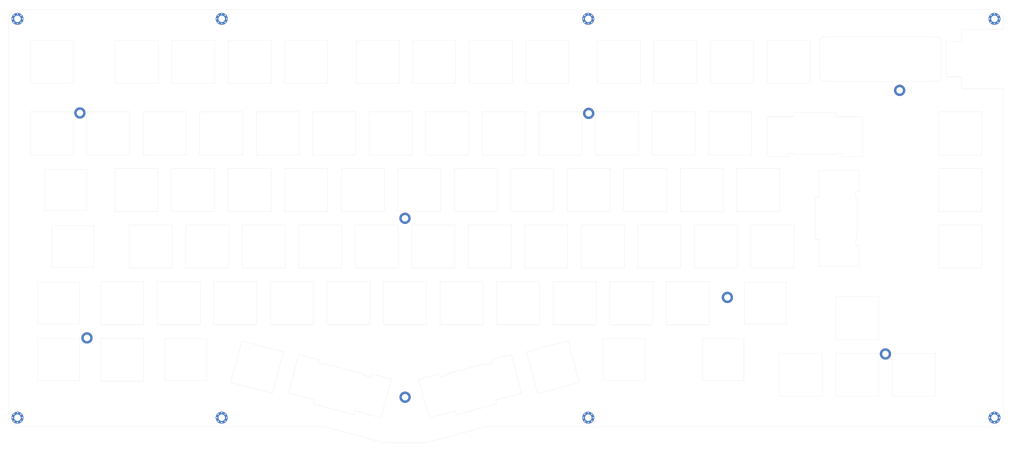
<source format=kicad_pcb>
(kicad_pcb (version 20211014) (generator pcbnew)
  (layers (0 "F.Cu" signal) (31 "B.Cu" signal) (34 "B.Paste" user) (35 "F.Paste" user) (36 "B.SilkS" user "B.Silkscreen") (37 "F.SilkS" user "F.Silkscreen") (38 "B.Mask" user) (39 "F.Mask" user) (44 "Edge.Cuts" user))
  (net 0 "")
  (net 1 "GND")
  (footprint "keyboard:MountingHole_2.2mm_M2_Pad_Via" (layer "F.Cu") (at 239.343984 57.57)
    (fp_text reference "MountBaseTop6" hide)
    (fp_text value "MountingHoleBaseTop1" hide)
    (pad "1" thru_hole circle (at 1.166726 1.166726) (size 0.7 0.7) (drill 0.4) (layers *.Cu *.Mask))
    (pad "1" thru_hole circle (at 1.65 0) (size 0.7 0.7) (drill 0.4) (layers *.Cu *.Mask))
    (pad "1" thru_hole circle (at -1.65 0) (size 0.7 0.7) (drill 0.4) (layers *.Cu *.Mask))
    (pad "1" thru_hole circle (at 1.166726 -1.166726) (size 0.7 0.7) (drill 0.4) (layers *.Cu *.Mask))
    (pad "1" thru_hole circle (at -1.166726 1.166726) (size 0.7 0.7) (drill 0.4) (layers *.Cu *.Mask))
    (pad "1" thru_hole circle (at -1.166726 -1.166726) (size 0.7 0.7) (drill 0.4) (layers *.Cu *.Mask))
    (pad "1" thru_hole circle (at 0 1.65) (size 0.7 0.7) (drill 0.4) (layers *.Cu *.Mask))
    (pad "1" thru_hole circle (at 0 0) (size 4 4) (drill 2.2) (layers *.Cu *.Mask))
    (pad "1" thru_hole circle (at 0 -1.65) (size 0.7 0.7) (drill 0.4) (layers *.Cu *.Mask))
  )
  (footprint "keyboard:MountingHole_2.2mm_M2_Pad_Via" (layer "F.Cu") (at 115.831016 57.57)
    (fp_text reference "MountBaseTop4" hide)
    (fp_text value "MountingHoleBaseTop1" hide)
    (pad "1" thru_hole circle (at -1.65 0) (size 0.7 0.7) (drill 0.4) (layers *.Cu *.Mask))
    (pad "1" thru_hole circle (at 1.166726 1.166726) (size 0.7 0.7) (drill 0.4) (layers *.Cu *.Mask))
    (pad "1" thru_hole circle (at 0 1.65) (size 0.7 0.7) (drill 0.4) (layers *.Cu *.Mask))
    (pad "1" thru_hole circle (at 1.166726 -1.166726) (size 0.7 0.7) (drill 0.4) (layers *.Cu *.Mask))
    (pad "1" thru_hole circle (at -1.166726 1.166726) (size 0.7 0.7) (drill 0.4) (layers *.Cu *.Mask))
    (pad "1" thru_hole circle (at 1.65 0) (size 0.7 0.7) (drill 0.4) (layers *.Cu *.Mask))
    (pad "1" thru_hole circle (at 0 -1.65) (size 0.7 0.7) (drill 0.4) (layers *.Cu *.Mask))
    (pad "1" thru_hole circle (at -1.166726 -1.166726) (size 0.7 0.7) (drill 0.4) (layers *.Cu *.Mask))
    (pad "1" thru_hole circle (at 0 0) (size 4 4) (drill 2.2) (layers *.Cu *.Mask))
  )
  (footprint "keyboard:MountingHole_2.2mm_M2_Pad" (layer "F.Cu") (at 177.59 124.78)
    (fp_text reference "MountTopMiddle4")
    (fp_text value "MountTopMiddle")
    (pad "1" thru_hole circle (at 0 0) (size 3.8 3.8) (drill 2.2) (layers *.Cu *.Mask))
  )
  (footprint "keyboard:MountingHole_2.2mm_M2_Pad" (layer "F.Cu") (at 68.04 89.29)
    (fp_text reference "MountTopMiddle2")
    (fp_text value "MountTopMiddle")
    (pad "1" thru_hole circle (at 0 0) (size 3.8 3.8) (drill 2.2) (layers *.Cu *.Mask))
  )
  (footprint "keyboard:MountingHole_2.2mm_M2_Pad_Via" (layer "F.Cu") (at 376.225 191.97)
    (fp_text reference "MountBaseTop7" hide)
    (fp_text value "MountingHoleBaseTop1" hide)
    (pad "1" thru_hole circle (at 1.166726 1.166726) (size 0.7 0.7) (drill 0.4) (layers *.Cu *.Mask))
    (pad "1" thru_hole circle (at 0 1.65) (size 0.7 0.7) (drill 0.4) (layers *.Cu *.Mask))
    (pad "1" thru_hole circle (at -1.65 0) (size 0.7 0.7) (drill 0.4) (layers *.Cu *.Mask))
    (pad "1" thru_hole circle (at 1.65 0) (size 0.7 0.7) (drill 0.4) (layers *.Cu *.Mask))
    (pad "1" thru_hole circle (at 0 -1.65) (size 0.7 0.7) (drill 0.4) (layers *.Cu *.Mask))
    (pad "1" thru_hole circle (at -1.166726 1.166726) (size 0.7 0.7) (drill 0.4) (layers *.Cu *.Mask))
    (pad "1" thru_hole circle (at 1.166726 -1.166726) (size 0.7 0.7) (drill 0.4) (layers *.Cu *.Mask))
    (pad "1" thru_hole circle (at 0 0) (size 4 4) (drill 2.2) (layers *.Cu *.Mask))
    (pad "1" thru_hole circle (at -1.166726 -1.166726) (size 0.7 0.7) (drill 0.4) (layers *.Cu *.Mask))
  )
  (footprint "keyboard:MountingHole_2.2mm_M2_Pad" (layer "F.Cu") (at 286.22 151.44)
    (fp_text reference "MountTopMiddle5")
    (fp_text value "MountTopMiddle")
    (pad "1" thru_hole circle (at 0 0) (size 3.8 3.8) (drill 2.2) (layers *.Cu *.Mask))
  )
  (footprint "keyboard:MountingHole_2.2mm_M2_Pad" (layer "F.Cu") (at 70.42 165.09)
    (fp_text reference "MountTopMiddle1")
    (fp_text value "MountTopMiddle")
    (pad "1" thru_hole circle (at 0 0) (size 3.8 3.8) (drill 2.2) (layers *.Cu *.Mask))
  )
  (footprint "keyboard:MountingHole_2.2mm_M2_Pad" (layer "F.Cu") (at 177.62 185.07)
    (fp_text reference "MountTopMiddle3")
    (fp_text value "MountTopMiddle")
    (pad "1" thru_hole circle (at 0 0) (size 3.8 3.8) (drill 2.2) (layers *.Cu *.Mask))
  )
  (footprint "keyboard:MountingHole_2.2mm_M2_Pad_Via" (layer "F.Cu") (at 115.831016 191.97)
    (fp_text reference "MountBaseTop3" hide)
    (fp_text value "MountingHoleBaseTop1" hide)
    (pad "1" thru_hole circle (at -1.65 0) (size 0.7 0.7) (drill 0.4) (layers *.Cu *.Mask))
    (pad "1" thru_hole circle (at 1.65 0) (size 0.7 0.7) (drill 0.4) (layers *.Cu *.Mask))
    (pad "1" thru_hole circle (at 0 -1.65) (size 0.7 0.7) (drill 0.4) (layers *.Cu *.Mask))
    (pad "1" thru_hole circle (at 0 0) (size 4 4) (drill 2.2) (layers *.Cu *.Mask))
    (pad "1" thru_hole circle (at -1.166726 -1.166726) (size 0.7 0.7) (drill 0.4) (layers *.Cu *.Mask))
    (pad "1" thru_hole circle (at 0 1.65) (size 0.7 0.7) (drill 0.4) (layers *.Cu *.Mask))
    (pad "1" thru_hole circle (at 1.166726 -1.166726) (size 0.7 0.7) (drill 0.4) (layers *.Cu *.Mask))
    (pad "1" thru_hole circle (at -1.166726 1.166726) (size 0.7 0.7) (drill 0.4) (layers *.Cu *.Mask))
    (pad "1" thru_hole circle (at 1.166726 1.166726) (size 0.7 0.7) (drill 0.4) (layers *.Cu *.Mask))
  )
  (footprint "keyboard:MountingHole_2.2mm_M2_Pad_Via" (layer "F.Cu") (at 47 57.57)
    (fp_text reference "MountBaseTop2" hide)
    (fp_text value "MountingHoleBaseTop1" hide)
    (pad "1" thru_hole circle (at 1.65 0) (size 0.7 0.7) (drill 0.4) (layers *.Cu *.Mask))
    (pad "1" thru_hole circle (at -1.65 0) (size 0.7 0.7) (drill 0.4) (layers *.Cu *.Mask))
    (pad "1" thru_hole circle (at 0 1.65) (size 0.7 0.7) (drill 0.4) (layers *.Cu *.Mask))
    (pad "1" thru_hole circle (at 1.166726 1.166726) (size 0.7 0.7) (drill 0.4) (layers *.Cu *.Mask))
    (pad "1" thru_hole circle (at 1.166726 -1.166726) (size 0.7 0.7) (drill 0.4) (layers *.Cu *.Mask))
    (pad "1" thru_hole circle (at -1.166726 -1.166726) (size 0.7 0.7) (drill 0.4) (layers *.Cu *.Mask))
    (pad "1" thru_hole circle (at 0 -1.65) (size 0.7 0.7) (drill 0.4) (layers *.Cu *.Mask))
    (pad "1" thru_hole circle (at -1.166726 1.166726) (size 0.7 0.7) (drill 0.4) (layers *.Cu *.Mask))
    (pad "1" thru_hole circle (at 0 0) (size 4 4) (drill 2.2) (layers *.Cu *.Mask))
  )
  (footprint "keyboard:MountingHole_2.2mm_M2_Pad_Via" (layer "F.Cu") (at 376.225 57.57)
    (fp_text reference "MountBaseTop8" hide)
    (fp_text value "MountingHoleBaseTop1" hide)
    (pad "1" thru_hole circle (at 1.166726 1.166726) (size 0.7 0.7) (drill 0.4) (layers *.Cu *.Mask))
    (pad "1" thru_hole circle (at -1.166726 1.166726) (size 0.7 0.7) (drill 0.4) (layers *.Cu *.Mask))
    (pad "1" thru_hole circle (at 0 1.65) (size 0.7 0.7) (drill 0.4) (layers *.Cu *.Mask))
    (pad "1" thru_hole circle (at 0 0) (size 4 4) (drill 2.2) (layers *.Cu *.Mask))
    (pad "1" thru_hole circle (at 1.166726 -1.166726) (size 0.7 0.7) (drill 0.4) (layers *.Cu *.Mask))
    (pad "1" thru_hole circle (at -1.65 0) (size 0.7 0.7) (drill 0.4) (layers *.Cu *.Mask))
    (pad "1" thru_hole circle (at 1.65 0) (size 0.7 0.7) (drill 0.4) (layers *.Cu *.Mask))
    (pad "1" thru_hole circle (at -1.166726 -1.166726) (size 0.7 0.7) (drill 0.4) (layers *.Cu *.Mask))
    (pad "1" thru_hole circle (at 0 -1.65) (size 0.7 0.7) (drill 0.4) (layers *.Cu *.Mask))
  )
  (footprint "keyboard:MountingHole_2.2mm_M2_Pad_Via" (layer "F.Cu") (at 47 191.97)
    (fp_text reference "MountBaseTop1" hide)
    (fp_text value "MountingHoleBaseTop1" hide)
    (pad "1" thru_hole circle (at -1.65 0) (size 0.7 0.7) (drill 0.4) (layers *.Cu *.Mask))
    (pad "1" thru_hole circle (at 1.65 0) (size 0.7 0.7) (drill 0.4) (layers *.Cu *.Mask))
    (pad "1" thru_hole circle (at 0 0) (size 4 4) (drill 2.2) (layers *.Cu *.Mask))
    (pad "1" thru_hole circle (at 0 -1.65) (size 0.7 0.7) (drill 0.4) (layers *.Cu *.Mask))
    (pad "1" thru_hole circle (at 0 1.65) (size 0.7 0.7) (drill 0.4) (layers *.Cu *.Mask))
    (pad "1" thru_hole circle (at 1.166726 1.166726) (size 0.7 0.7) (drill 0.4) (layers *.Cu *.Mask))
    (pad "1" thru_hole circle (at -1.166726 -1.166726) (size 0.7 0.7) (drill 0.4) (layers *.Cu *.Mask))
    (pad "1" thru_hole circle (at 1.166726 -1.166726) (size 0.7 0.7) (drill 0.4) (layers *.Cu *.Mask))
    (pad "1" thru_hole circle (at -1.166726 1.166726) (size 0.7 0.7) (drill 0.4) (layers *.Cu *.Mask))
  )
  (footprint "keyboard:MountingHole_2.2mm_M2_Pad" (layer "F.Cu") (at 344.27 81.67)
    (fp_text reference "MountTopMiddle8")
    (fp_text value "MountTopMiddle")
    (pad "1" thru_hole circle (at 0 0) (size 3.8 3.8) (drill 2.2) (layers *.Cu *.Mask))
  )
  (footprint "keyboard:MountingHole_2.2mm_M2_Pad" (layer "F.Cu") (at 239.48 89.43)
    (fp_text reference "MountTopMiddle6")
    (fp_text value "MountTopMiddle")
    (pad "1" thru_hole circle (at 0 0) (size 3.8 3.8) (drill 2.2) (layers *.Cu *.Mask))
  )
  (footprint "keyboard:MountingHole_2.2mm_M2_Pad_Via" (layer "F.Cu") (at 239.343984 191.97)
    (fp_text reference "MountBaseTop5" hide)
    (fp_text value "MountingHoleBaseTop1" hide)
    (pad "1" thru_hole circle (at 1.166726 -1.166726) (size 0.7 0.7) (drill 0.4) (layers *.Cu *.Mask))
    (pad "1" thru_hole circle (at 0 0) (size 4 4) (drill 2.2) (layers *.Cu *.Mask))
    (pad "1" thru_hole circle (at 0 1.65) (size 0.7 0.7) (drill 0.4) (layers *.Cu *.Mask))
    (pad "1" thru_hole circle (at 1.65 0) (size 0.7 0.7) (drill 0.4) (layers *.Cu *.Mask))
    (pad "1" thru_hole circle (at -1.166726 -1.166726) (size 0.7 0.7) (drill 0.4) (layers *.Cu *.Mask))
    (pad "1" thru_hole circle (at 0 -1.65) (size 0.7 0.7) (drill 0.4) (layers *.Cu *.Mask))
    (pad "1" thru_hole circle (at -1.166726 1.166726) (size 0.7 0.7) (drill 0.4) (layers *.Cu *.Mask))
    (pad "1" thru_hole circle (at 1.166726 1.166726) (size 0.7 0.7) (drill 0.4) (layers *.Cu *.Mask))
    (pad "1" thru_hole circle (at -1.65 0) (size 0.7 0.7) (drill 0.4) (layers *.Cu *.Mask))
  )
  (footprint "keyboard:MountingHole_2.2mm_M2_Pad" (layer "F.Cu") (at 339.49 170.5)
    (fp_text reference "MountTopMiddle7")
    (fp_text value "MountTopMiddle")
    (pad "1" thru_hole circle (at 0 0) (size 3.8 3.8) (drill 2.2) (layers *.Cu *.Mask))
  )
  (gr_circle (center 239.343984 57.57) (end 240.443984 57.57) (layer "Edge.Cuts") (width 0.05) (fill none))
  (gr_line (start 194.840223 190.972937) (end 194.48942 189.663721) (layer "Edge.Cuts") (width 0.05))
  (gr_line (start 103.6625 127.045) (end 118.1625 127.045) (layer "Edge.Cuts") (width 0.05))
  (gr_line (start 244.36 165.35) (end 258.46 165.35) (layer "Edge.Cuts") (width 0.05))
  (gr_line (start 113.1875 146.095) (end 127.6875 146.095) (layer "Edge.Cuts") (width 0.05))
  (gr_line (start 218.547386 169.81669) (end 232.55331 166.063814) (layer "Edge.Cuts") (width 0.05))
  (gr_line (start 161.175 79.345) (end 161.175 64.845) (layer "Edge.Cuts") (width 0.05))
  (gr_line (start 122.7125 127.045) (end 137.2125 127.045) (layer "Edge.Cuts") (width 0.05))
  (gr_line (start 314.075 79.345) (end 299.575 79.345) (layer "Edge.Cuts") (width 0.05))
  (gr_line (start 175.1 122.495) (end 175.1 107.995) (layer "Edge.Cuts") (width 0.05))
  (gr_line (start 218.175 103.445) (end 203.675 103.445) (layer "Edge.Cuts") (width 0.05))
  (gr_line (start 198.9125 141.545) (end 198.9125 127.045) (layer "Edge.Cuts") (width 0.05))
  (gr_line (start 237.0125 141.545) (end 237.0125 127.045) (layer "Edge.Cuts") (width 0.05))
  (gr_line (start 337.2375 151.145) (end 337.2375 165.645) (layer "Edge.Cuts") (width 0.05))
  (gr_circle (center 376.225 57.57) (end 377.325 57.57) (layer "Edge.Cuts") (width 0.05) (fill none))
  (gr_line (start 294.1625 127.045) (end 308.6625 127.045) (layer "Edge.Cuts") (width 0.05))
  (gr_line (start 150.364571 173.704034) (end 163.984125 177.353383) (layer "Edge.Cuts") (width 0.05))
  (gr_line (start 330.60675 115.7315) (end 329.43835 115.7315) (layer "Edge.Cuts") (width 0.05))
  (gr_line (start 217.9625 127.045) (end 232.4625 127.045) (layer "Edge.Cuts") (width 0.05))
  (gr_line (start 213.395359 170.661002) (end 216.878615 183.664555) (layer "Edge.Cuts") (width 0.05))
  (gr_line (start 303.9 122.495) (end 289.4 122.495) (layer "Edge.Cuts") (width 0.05))
  (gr_line (start 314.075 64.845) (end 314.075 79.345) (layer "Edge.Cuts") (width 0.05))
  (gr_line (start 137.075 79.345) (end 137.075 64.845) (layer "Edge.Cuts") (width 0.05))
  (gr_line (start 232.4625 141.545) (end 217.9625 141.545) (layer "Edge.Cuts") (width 0.05))
  (gr_line (start 84.825 88.945) (end 84.825 103.445) (layer "Edge.Cuts") (width 0.05))
  (gr_line (start 165.575 88.945) (end 180.075 88.945) (layer "Edge.Cuts") (width 0.05))
  (gr_line (start 161.025 88.945) (end 161.025 103.445) (layer "Edge.Cuts") (width 0.05))
  (gr_line (start 180.075 88.945) (end 180.075 103.445) (layer "Edge.Cuts") (width 0.05))
  (gr_line (start 218.175 88.945) (end 218.175 103.445) (layer "Edge.Cuts") (width 0.05))
  (gr_line (start 132.525 64.845) (end 132.525 79.345) (layer "Edge.Cuts") (width 0.05))
  (gr_line (start 308.65 102.799) (end 306.65 102.799) (layer "Edge.Cuts") (width 0.05))
  (gr_line (start 156.2625 127.045) (end 156.2625 141.545) (layer "Edge.Cuts") (width 0.05))
  (gr_line (start 182.234591 179.010505) (end 185.719779 192.013539) (layer "Edge.Cuts") (width 0.05))
  (gr_line (start 156.05 107.995) (end 170.55 107.995) (layer "Edge.Cuts") (width 0.05))
  (gr_line (start 98.9 122.495) (end 98.9 107.995) (layer "Edge.Cuts") (width 0.05))
  (gr_line (start 357.45 103.445) (end 357.45 88.945) (layer "Edge.Cuts") (width 0.05))
  (gr_line (start 365.225 65.07) (end 360.025 65.07) (layer "Edge.Cuts") (width 0.05))
  (gr_line (start 184.8375 160.595) (end 170.3375 160.595) (layer "Edge.Cuts") (width 0.05))
  (gr_line (start 118.1625 141.545) (end 103.6625 141.545) (layer "Edge.Cuts") (width 0.05))
  (gr_line (start 308.65 89.15) (end 308.65 90.5054) (layer "Edge.Cuts") (width 0.05))
  (gr_line (start 329.43835 133.8315) (end 330.60675 133.8315) (layer "Edge.Cuts") (width 0.05))
  (gr_line (start 232.4625 127.045) (end 232.4625 141.545) (layer "Edge.Cuts") (width 0.05))
  (gr_line (start 118.025 79.345) (end 118.025 64.845) (layer "Edge.Cuts") (width 0.05))
  (gr_line (start 94.1375 160.595) (end 94.1375 146.095) (layer "Edge.Cuts") (width 0.05))
  (gr_line (start 194.725 79.345) (end 180.225 79.345) (layer "Edge.Cuts") (width 0.05))
  (gr_line (start 122.7125 141.545) (end 122.7125 127.045) (layer "Edge.Cuts") (width 0.05))
  (gr_line (start 75.0875 179.645) (end 75.0875 165.145) (layer "Edge.Cuts") (width 0.05))
  (gr_line (start 136.627614 169.81669) (end 132.874738 183.822614) (layer "Edge.Cuts") (width 0.05))
  (gr_line (start 70.325 103.445) (end 70.325 88.945) (layer "Edge.Cuts") (width 0.05))
  (gr_line (start 280.0875 160.595) (end 265.5875 160.595) (layer "Edge.Cuts") (width 0.05))
  (gr_line (start 194.3625 127.045) (end 194.3625 141.545) (layer "Edge.Cuts") (width 0.05))
  (gr_line (start 151.5 107.995) (end 151.5 122.495) (layer "Edge.Cuts") (width 0.05))
  (gr_line (start 65.775 88.945) (end 65.775 103.445) (layer "Edge.Cuts") (width 0.05))
  (gr_line (start 146.525 88.945) (end 161.025 88.945) (layer "Edge.Cuts") (width 0.05))
  (gr_line (start 132.2375 160.595) (end 132.2375 146.095) (layer "Edge.Cuts") (width 0.05))
  (gr_line (start 108.6375 146.095) (end 108.6375 160.595) (layer "Edge.Cuts") (width 0.05))
  (gr_line (start 127.475 88.945) (end 141.975 88.945) (layer "Edge.Cuts") (width 0.05))
  (gr_line (start 213.4125 127.045) (end 213.4125 141.545) (layer "Edge.Cuts") (width 0.05))
  (gr_line (start 315.78935 117.7315) (end 317.14475 117.7315) (layer "Edge.Cuts") (width 0.05))
  (gr_line (start 94.1375 146.095) (end 108.6375 146.095) (layer "Edge.Cuts") (width 0.05))
  (gr_line (start 277.6975 179.45) (end 277.6975 165.35) (layer "Edge.Cuts") (width 0.05))
  (gr_line (start 265.8 107.995) (end 265.8 122.495) (layer "Edge.Cuts") (width 0.05))
  (gr_line (start 203.8875 146.095) (end 203.8875 160.595) (layer "Edge.Cuts") (width 0.05))
  (gr_line (start 122.62169 166.063814) (end 136.627614 169.81669) (layer "Edge.Cuts") (width 0.05))
  (gr_line (start 170.3375 146.095) (end 184.8375 146.095) (layer "Edge.Cuts") (width 0.05))
  (gr_line (start 72.72 141.35) (end 58.62 141.35) (layer "Edge.Cuts") (width 0.05))
  (gr_line (start 379.225 81.07) (end 379.225 191.97) (layer "Edge.Cuts") (width 0.05))
  (gr_line (start 270.5625 141.545) (end 256.0625 141.545) (layer "Edge.Cuts") (width 0.05))
  (gr_line (start 289.6125 127.045) (end 289.6125 141.545) (layer "Edge.Cuts") (width 0.05))
  (gr_line (start 306.65 102.799) (end 306.65 103.9674) (layer "Edge.Cuts") (width 0.05))
  (gr_line (start 172.940409 179.010504) (end 169.455221 192.013539) (layer "Edge.Cuts") (width 0.05))
  (gr_line (start 324.75 103.9674) (end 331.83 103.9674) (layer "Edge.Cuts") (width 0.05))
  (gr_line (start 303.6875 184.695) (end 303.6875 170.195) (layer "Edge.Cuts") (width 0.05))
  (gr_line (start 75.0875 165.145) (end 89.5875 165.145) (layer "Edge.Cuts") (width 0.05))
  (gr_line (start 295.025 64.845) (end 295.025 79.345) (layer "Edge.Cuts") (width 0.05))
  (gr_line (start 103.875 103.445) (end 89.375 103.445) (layer "Edge.Cuts") (width 0.05))
  (gr_line (start 246.5375 146.095) (end 261.0375 146.095) (layer "Edge.Cuts") (width 0.05))
  (gr_line (start 127.6875 160.595) (end 113.1875 160.595) (layer "Edge.Cuts") (width 0.05))
  (gr_line (start 137 122.495) (end 137 107.995) (layer "Edge.Cuts") (width 0.05))
  (gr_line (start 203.8875 160.595) (end 189.3875 160.595) (layer "Edge.Cuts") (width 0.05))
  (gr_line (start 322.7375 184.695) (end 322.7375 170.195) (layer "Edge.Cuts") (width 0.05))
  (gr_line (start 163.867398 177.789015) (end 165.79925 178.306653) (layer "Edge.Cuts") (width 0.05))
  (gr_arc (start 44 57.57) (mid 44.87868 55.44868) (end 47 54.57) (layer "Edge.Cuts") (width 0.05))
  (gr_circle (center 239.343984 191.97) (end 240.443984 191.97) (layer "Edge.Cuts") (width 0.05) (fill none))
  (gr_line (start 72.72 127.25) (end 72.72 141.35) (layer "Edge.Cuts") (width 0.05))
  (gr_line (start 206.859008 173.622029) (end 206.556604 172.493441) (layer "Edge.Cuts") (width 0.05))
  (gr_line (start 356.2875 170.195) (end 356.2875 184.695) (layer "Edge.Cuts") (width 0.05))
  (gr_line (start 256.275 103.445) (end 241.775 103.445) (layer "Edge.Cuts") (width 0.05))
  (gr_line (start 277.6975 165.35) (end 291.7975 165.35) (layer "Edge.Cuts") (width 0.05))
  (gr_line (start 256.925 64.845) (end 256.925 79.345) (layer "Edge.Cuts") (width 0.05))
  (gr_arc (start 318.85 78.595) (mid 317.78934 78.15566) (end 317.35 77.095) (layer "Edge.Cuts") (width 0.05))
  (gr_line (start 70.34 122.3) (end 56.24 122.3) (layer "Edge.Cuts") (width 0.05))
  (gr_line (start 170.3375 160.595) (end 170.3375 146.095) (layer "Edge.Cuts") (width 0.05))
  (gr_line (start 166.101654 177.178065) (end 172.940409 179.010504) (layer "Edge.Cuts") (width 0.05))
  (gr_line (start 89.375 88.945) (end 103.875 88.945) (layer "Edge.Cuts") (width 0.05))
  (gr_line (start 294.375 103.445) (end 279.875 103.445) (layer "Edge.Cuts") (width 0.05))
  (gr_line (start 127.6875 146.095) (end 127.6875 160.595) (layer "Edge.Cuts") (width 0.05))
  (gr_line (start 371.95 141.545) (end 357.45 141.545) (layer "Edge.Cuts") (width 0.05))
  (gr_line (start 89.375 103.445) (end 89.375 88.945) (layer "Edge.Cuts") (width 0.05))
  (gr_line (start 365.225 77.07) (end 365.225 81.07) (layer "Edge.Cuts") (width 0.05))
  (gr_line (start 356.85 78.595) (end 318.85 78.595) (layer "Edge.Cuts") (width 0.05))
  (gr_line (start 191.307602 177.789015) (end 189.37575 178.306654) (layer "Edge.Cuts") (width 0.05))
  (gr_line (start 371.95 88.945) (end 371.95 103.445) (layer "Edge.Cuts") (width 0.05))
  (gr_line (start 371.95 122.495) (end 357.45 122.495) (layer "Edge.Cuts") (width 0.05))
  (gr_line (start 113.4 122.495) (end 98.9 122.495) (layer "Edge.Cuts") (width 0.05))
  (gr_line (start 137.2125 141.545) (end 122.7125 141.545) (layer "Edge.Cuts") (width 0.05))
  (gr_line (start 175.675 79.345) (end 161.175 79.345) (layer "Edge.Cuts") (width 0.05))
  (gr_line (start 165.575 103.445) (end 165.575 88.945) (layer "Edge.Cuts") (width 0.05))
  (gr_line (start 318.1875 184.695) (end 303.6875 184.695) (layer "Edge.Cuts") (width 0.05))
  (gr_line (start 317.14475 108.6525) (end 317.14475 117.7315) (layer "Edge.Cuts") (width 0.05))
  (gr_line (start 44 191.97) (end 44 57.57) (layer "Edge.Cuts") (width 0.05))
  (gr_line (start 113.475 64.845) (end 113.475 79.345) (layer "Edge.Cuts") (width 0.05))
  (gr_line (start 204.927156 174.139667) (end 206.859008 173.622029) (layer "Edge.Cuts") (width 0.05))
  (gr_line (start 108.6375 160.595) (end 94.1375 160.595) (layer "Edge.Cuts") (width 0.05))
  (gr_line (start 141.779641 170.661002) (end 138.296385 183.664554) (layer "Edge.Cuts") (width 0.05))
  (gr_line (start 379.225 57.57) (end 379.225 61.07) (layer "Edge.Cuts") (width 0.05))
  (gr_line (start 306.0825 146.3) (end 306.0825 160.4) (layer "Edge.Cuts") (width 0.05))
  (gr_line (start 160.334777 190.972937) (end 160.68558 189.663721) (layer "Edge.Cuts") (width 0.05))
  (gr_line (start 156.05 122.495) (end 156.05 107.995) (layer "Edge.Cuts") (width 0.05))
  (gr_line (start 94.425 64.845) (end 94.425 79.345) (layer "Edge.Cuts") (width 0.05))
  (gr_line (start 206.556604 172.493441) (end 213.395359 170.661002) (layer "Edge.Cuts") (width 0.05))
  (gr_line (start 184.625 103.445) (end 184.625 88.945) (layer "Edge.Cuts") (width 0.05))
  (gr_line (start 357.45 141.545) (end 357.45 127.045) (layer "Edge.Cuts") (width 0.05))
  (gr_line (start 65.775 79.345) (end 51.275 79.345) (layer "Edge.Cuts") (width 0.05))
  (gr_line (start 291.7975 165.35) (end 291.7975 179.45) (layer "Edge.Cuts") (width 0.05))
  (gr_line (start 165.7875 160.595) (end 151.2875 160.595) (layer "Edge.Cuts") (width 0.05))
  (gr_line (start 199.275 64.845) (end 213.775 64.845) (layer "Edge.Cuts") (width 0.05))
  (gr_line (start 308.6625 141.545) (end 294.1625 141.545) (layer "Edge.Cuts") (width 0.05))
  (gr_line (start 141.975 103.445) (end 127.475 103.445) (layer "Edge.Cuts") (width 0.05))
  (gr_line (start 163.867398 177.789015) (end 163.984125 177.353383) (layer "Edge.Cuts") (width 0.05))
  (gr_line (start 251.3 107.995) (end 265.8 107.995) (layer "Edge.Cuts") (width 0.05))
  (gr_line (start 242.425 64.845) (end 256.925 64.845) (layer "Edge.Cuts") (width 0.05))
  (gr_line (start 317.35 77.095) (end 317.35 65.095) (layer "Edge.Cuts") (width 0.05))
  (gr_line (start 331.83 103.9674) (end 331.829 90.5054) (layer "Edge.Cuts") (width 0.05))
  (gr_circle (center 47 191.97) (end 48.1 191.97) (layer "Edge.Cuts") (width 0.05) (fill none))
  (gr_line (start 294.375 88.945) (end 294.375 103.445) (layer "Edge.Cuts") (width 0.05))
  (gr_line (start 246.75 122.495) (end 232.25 122.495) (layer "Edge.Cuts") (width 0.05))
  (gr_line (start 98.975 79.345) (end 98.975 64.845) (layer "Edge.Cuts") (width 0.05))
  (gr_line (start 322.7375 151.145) (end 337.2375 151.145) (layer "Edge.Cuts") (width 0.05))
  (gr_line (start 291.9825 146.3) (end 306.0825 146.3) (layer "Edge.Cuts") (width 0.05))
  (gr_circle (center 47 57.57) (end 48.1 57.57) (layer "Edge.Cuts") (width 0.05) (fill none))
  (gr_line (start 331.829 90.5054) (end 322.75 90.5054) (layer "Edge.Cuts") (width 0.05))
  (gr_line (start 175.3125 141.545) (end 160.8125 141.545) (layer "Edge.Cuts") (width 0.05))
  (gr_line (start 56.24 122.3) (end 56.24 108.2) (layer "Edge.Cuts") (width 0.05))
  (gr_line (start 189.3875 160.595) (end 189.3875 146.095) (layer "Edge.Cuts") (width 0.05))
  (gr_line (start 279.875 103.445) (end 279.875 88.945) (layer "Edge.Cuts") (width 0.05))
  (gr_line (start 317.14475 140.9105) (end 317.14475 131.8315) (layer "Edge.Cuts") (width 0.05))
  (gr_line (start 213.2 107.995) (end 227.7 107.995) (layer "Edge.Cuts") (width 0.05))
  (gr_line (start 175.1 107.995) (end 189.6 107.995) (layer "Edge.Cuts") (width 0.05))
  (gr_line (start 51.275 103.445) (end 51.275 88.945) (layer "Edge.Cuts") (width 0.05))
  (gr_line (start 241.9875 146.095) (end 241.9875 160.595) (layer "Edge.Cuts") (width 0.05))
  (gr_line (start 108.425 88.945) (end 122.925 88.945) (layer "Edge.Cuts") (width 0.05))
  (gr_line (start 237.225 103.445) (end 222.725 103.445) (layer "Edge.Cuts") (width 0.05))
  (gr_line (start 329.88935 117.7315) (end 329.88935 131.8315) (layer "Edge.Cuts") (width 0.05))
  (gr_line (start 299.571 90.5054) (end 308.65 90.5054) (layer "Edge.Cuts") (width 0.05))
  (gr_line (start 322.75 102.799) (end 324.75 102.799) (layer "Edge.Cuts") (width 0.05))
  (gr_line (start 299.575 64.845) (end 314.075 64.845) (layer "Edge.Cuts") (width 0.05))
  (gr_line (start 208.4375 146.095) (end 222.9375 146.095) (layer "Edge.Cuts") (width 0.05))
  (gr_line (start 208.459777 187.323589) (end 194.840223 190.972937) (layer "Edge.Cuts") (width 0.05))
  (gr_line (start 170.75857 200.469915) (end 184.41643 200.469915) (layer "Edge.Cuts") (width 0.05))
  (gr_line (start 213.2 122.495) (end 213.2 107.995) (layer "Edge.Cuts") (width 0.05))
  (gr_line (start 94.35 107.995) (end 94.35 122.495) (layer "Edge.Cuts") (width 0.05))
  (gr_line (start 99.1125 127.045) (end 99.1125 141.545) (layer "Edge.Cuts") (width 0.05))
  (gr_arc (start 358.35 77.095) (mid 357.91066 78.15566) (end 356.85 78.595) (layer "Edge.Cuts") (width 0.05))
  (gr_line (start 179.8625 127.045) (end 194.3625 127.045) (layer "Edge.Cuts") (width 0.05))
  (gr_line (start 213.775 79.345) (end 199.275 79.345) (layer "Edge.Cuts") (width 0.05))
  (gr_line (start 251.5125 141.545) (end 237.0125 141.545) (layer "Edge.Cuts") (width 0.05))
  (gr_line (start 75.0875 160.595) (end 75.0875 146.095) (layer "Edge.Cuts") (width 0.05))
  (gr_line (start 357.45 122.495) (end 357.45 107.995) (layer "Edge.Cuts") (width 0.05))
  (gr_line (start 161.025 103.445) (end 146.525 103.445) (layer "Edge.Cuts") (width 0.05))
  (gr_line (start 151.2875 146.095) (end 165.7875 146.095) (layer "Edge.Cuts") (width 0.05))
  (gr_line (start 58.62 141.35) (end 58.62 127.25) (layer "Edge.Cuts") (width 0.05))
  (gr_line (start 322.75 102.799) (end 322.75 103.25) (layer "Edge.Cuts") (width 0.05))
  (gr_line (start 198.9125 127.045) (end 213.4125 127.045) (layer "Edge.Cuts") (width 0.05))
  (gr_line (start 110.8225 179.45) (end 96.7225 179.45) (layer "Edge.Cuts") (width 0.05))
  (gr_line (start 232.25 107.995) (end 246.75 107.995) (layer "Edge.Cuts") (width 0.05))
  (gr_line (start 227.4875 146.095) (end 241.9875 146.095) (layer "Edge.Cuts") (width 0.05))
  (gr_line (start 160.334777 190.972937) (end 146.715223 187.323588) (layer "Edge.Cuts") (width 0.05))
  (gr_line (start 148.618396 172.493441) (end 148.315992 173.622028) (layer "Edge.Cuts") (width 0.05))
  (gr_line (start 141.975 88.945) (end 141.975 103.445) (layer "Edge.Cuts") (width 0.05))
  (gr_line (start 289.4 122.495) (end 289.4 107.995) (layer "Edge.Cuts") (width 0.05))
  (gr_line (start 275.975 79.345) (end 261.475 79.345) (layer "Edge.Cuts") (width 0.05))
  (gr_line (start 160.8125 141.545) (end 160.8125 127.045) (layer "Edge.Cuts") (width 0.05))
  (gr_line (start 299.575 79.345) (end 299.575 64.845) (layer "Edge.Cuts") (width 0.05))
  (gr_line (start 308.6625 127.045) (end 308.6625 141.545) (layer "Edge.Cuts") (width 0.05))
  (gr_line (start 151.575 64.845) (end 151.575 79.345) (layer "Edge.Cuts") (width 0.05))
  (gr_line (start 170.55 107.995) (end 170.55 122.495) (layer "Edge.Cuts") (width 0.05))
  (gr_line (start 318.1875 170.195) (end 318.1875 184.695) (layer "Edge.Cuts") (width 0.05))
  (gr_line (start 246.5375 160.595) (end 246.5375 146.095) (layer "Edge.Cuts") (width 0.05))
  (gr_line (start 294.1625 141.545) (end 294.1625 127.045) (layer "Edge.Cuts") (width 0.05))
  (gr_line (start 132.525 79.345) (end 118.025 79.345) (layer "Edge.Cuts") (width 0.05))
  (gr_line (start 216.878615 183.664555) (end 208.108974 186.014373) (layer "Edge.Cuts") (width 0.05))
  (gr_line (start 275.1125 141.545) (end 275.1125 127.045) (layer "Edge.Cuts") (width 0.05))
  (gr_line (start 99.1125 141.545) (end 84.6125 141.545) (layer "Edge.Cuts") (width 0.05))
  (gr_line (start 289.4 107.995) (end 303.9 107.995) (layer "Edge.Cuts") (width 0.05))
  (gr_line (start 127.475 103.445) (end 127.475 88.945) (layer "Edge.Cuts") (width 0.05))
  (gr_line (start 175.675 64.845) (end 175.675 79.345) (layer "Edge.Cuts") (width 0.05))
  (gr_line (start 118.868814 180.069738) (end 122.62169 166.063814) (layer "Edge.Cuts") (width 0.05))
  (gr_line (start 232.825 64.845) (end 232.825 79.345) (layer "Edge.Cuts") (width 0.05))
  (gr_line (start 358.35 65.095) (end 358.35 77.095) (layer "Edge.Cuts") (width 0.05))
  (gr_line (start 371.95 103.445) (end 357.45 103.445) (layer "Edge.Cuts") (width 0.05))
  (gr_line (start 258.46 179.45) (end 244.36 179.45) (layer "Edge.Cuts") (width 0.05))
  (gr_line (start 184.8375 146.095) (end 184.8375 160.595) (layer "Edge.Cuts") (width 0.05))
  (gr_line (start 53.86 160.4) (end 53.86 146.3) (layer "Edge.Cuts") (width 0.05))
  (gr_line (start 256.0625 141.545) (end 256.0625 127.045) (layer "Edge.Cuts") (width 0.05))
  (gr_line (start 280.525 64.845) (end 295.025 64.845) (layer "Edge.Cuts") (width 0.05))
  (gr_line (start 365.225 77.07) (end 360.025 77.07) (layer "Edge.Cuts") (width 0.05))
  (gr_line (start 137 107.995) (end 151.5 107.995) (layer "Edge.Cuts") (width 0.05))
  (gr_line (start 222.9375 146.095) (end 222.9375 160.595) (layer "Edge.Cuts") (width 0.05))
  (gr_line (start 322.75 103.25) (end 308.65 103.25) (layer "Edge.Cuts") (width 0.05))
  (gr_line (start 265.5875 160.595) (end 265.5875 146.095) (layer "Edge.Cuts") (width 0.05))
  (gr_line (start 180.225 79.345) (end 180.225 64.845) (layer "Edge.Cuts") (width 0.05))
  (gr_line (start 189.073346 177.178066) (end 182.234591 179.010505) (layer "Edge.Cuts") (width 0.05))
  (gr_line (start 256.275 88.945) (end 256.275 103.445) (layer "Edge.Cuts") (width 0.05))
  (gr_line (start 84.825 103.445) (end 70.325 103.445) (layer "Edge.Cuts") (width 0.05))
  (gr_line (start 53.86 165.35) (end 67.96 165.35) (layer "Edge.Cuts") (width 0.05))
  (gr_line (start 79.925 79.345) (end 79.925 64.845) (layer "Edge.Cuts") (width 0.05))
  (gr_line (start 203.675 88.945) (end 218.175 88.945) (layer "Edge.Cuts") (width 0.05))
  (gr_line (start 318.85 63.595) (end 356.85 63.595) (layer "Edge.Cuts") (width 0.05))
  (gr_line (start 67.96 160.4) (end 53.86 160.4) (layer "Edge.Cuts") (width 0.05))
  (gr_line (start 53.86 146.3) (end 67.96 146.3) (layer "Edge.Cuts") (width 0.05))
  (gr_arc (start 47 194.97) (mid 44.87868 194.09132) (end 44 191.97) (layer "Edge.Cuts") (width 0.05))
  (gr_arc (start 376.225 54.57) (mid 378.34632 55.44868) (end 379.225 57.57) (layer "Edge.Cuts") (width 0.05))
  (gr_line (start 199.275 79.345) (end 199.275 64.845) (layer "Edge.Cuts") (width 0.05))
  (gr_line (start 70.34 108.2) (end 70.34 122.3) (layer "Edge.Cuts") (width 0.05))
  (gr_line (start 315.78935 131.8315) (end 315.78935 117.7315) (layer "Edge.Cuts") (width 0.05))
  (gr_line (start 315.78935 131.8315) (end 317.14475 131.8315) (layer "Edge.Cuts") (width 0.05))
  (gr_line (start 261.475 64.845) (end 275.975 64.845) (layer "Edge.Cuts") (width 0.05))
  (gr_line (start 89.5875 160.595) (end 75.0875 160.595) (layer "Edge.Cuts") (width 0.05))
  (gr_line (start 184.625 88.945) (end 199.125 88.945) (layer "Edge.Cuts") (width 0.05))
  (gr_line (start 94.35 122.495) (end 79.85 122.495) (layer "Edge.Cuts") (width 0.05))
  (gr_line (start 329.43835 131.8315) (end 329.43835 133.8315) (layer "Edge.Cuts") (width 0.05))
  (gr_line (start 89.5875 179.645) (end 75.0875 179.645) (layer "Edge.Cuts") (width 0.05))
  (gr_line (start 341.7875 170.195) (end 356.2875 170.195) (layer "Edge.Cuts") (width 0.05))
  (gr_line (start 151.5 122.495) (end 137 122.495) (layer "Edge.Cuts") (width 0.05))
  (gr_line (start 341.7875 184.695) (end 341.7875 170.195) (layer "Edge.Cuts") (width 0.05))
  (gr_line (start 47 54.57) (end 376.225 54.57) (layer "Edge.Cuts") (width 0.05))
  (gr_arc (start 356.85 63.595) (mid 357.91066 64.03434) (end 358.35 65.095) (layer "Edge.Cuts") (width 0.05))
  (gr_line (start 227.7 107.995) (end 227.7 122.495) (layer "Edge.Cuts") (width 0.05))
  (gr_line (start 308.65 102.799) (end 308.65 103.25) (layer "Edge.Cuts") (width 0.05))
  (gr_line (start 150.247844 174.139667) (end 148.315992 173.622028) (layer "Edge.Cuts") (width 0.05))
  (gr_line (start 204.927156 174.139667) (end 204.810429 173.704034) (layer "Edge.Cuts") (width 0.05))
  (gr_line (start 165.7875 146.095) (end 165.7875 160.595) (layer "Edge.Cuts") (width 0.05))
  (gr_line (start 322.7375 170.195) (end 337.2375 170.195) (layer "Edge.Cuts") (width 0.05))
  (gr_line (start 146.7375 160.595) (end 132.2375 160.595) (layer "Edge.Cuts") (width 0.05))
  (gr_line (start 275.325 103.445) (end 260.825 103.445) (layer "Edge.Cuts") (width 0.05))
  (gr_line (start 108.425 103.445) (end 108.425 88.945) (layer "Edge.Cuts") (width 0.05))
  (gr_circle (center 115.831016 57.57) (end 116.931016 57.57) (layer "Edge.Cuts") (width 0.05) (fill none))
  (gr_line (start 189.3875 146.095) (end 203.8875 146.095) (layer "Edge.Cuts") (width 0.05))
  (gr_line (start 265.5875 146.095) (end 280.0875 146.095) (layer "Edge.Cuts") (width 0.05))
  (gr_line (start 138.296385 183.664554) (end 147.066026 186.014372) (layer "Edge.Cuts") (width 0.05))
  (gr_line (start 357.45 88.945) (end 371.95 88.945) (layer "Edge.Cuts") (width 0.05))
  (gr_line (start 199.125 88.945) (end 199.125 103.445) (layer "Edge.Cuts") (width 0.05))
  (gr_line (start 306.65 103.9674) (end 299.57 103.9674) (layer "Edge.Cuts") (width 0.05))
  (gr_line (start 146.525 103.445) (end 146.525 88.945) (layer "Edge.Cuts") (width 0.05))
  (gr_line (start 246.75 107.995) (end 246.75 122.495) (layer "Edge.Cuts") (width 0.05))
  (gr_line (start 89.5875 165.145) (end 89.5875 179.645) (layer "Edge.Cuts") (width 0.05))
  (gr_line (start 169.455221 192.013539) (end 160.68558 189.663721) (layer "Edge.Cuts") (width 0.05))
  (gr_line (start 356.2875 184.695) (end 341.7875 184.695) (layer "Edge.Cuts") (width 0.05))
  (gr_line (start 337.2375 165.645) (end 322.7375 165.645) (layer "Edge.Cuts") (width 0.05))
  (gr_line (start 79.85 107.995) (end 94.35 107.995) (layer "Edge.Cuts") (width 0.05))
  (gr_line (start 51.275 79.345) (end 51.275 64.845) (layer "Edge.Cuts") (width 0.05))
  (gr_line (start 180.075 103.445) (end 165.575 103.445) (layer "Edge.Cuts") (width 0.05))
  (gr_line (start 337.2375 184.695) (end 322.7375 184.695) (layer "Edge.Cuts") (width 0.05))
  (gr_line (start 337.2375 170.195) (end 337.2375 184.695) (layer "Edge.Cuts") (width 0.05))
  (gr_line (start 208.459777 187.323589) (end 208.108974 186.014373) (layer "Edge.Cuts") (width 0.05))
  (gr_line (start 280.525 79.345) (end 280.525 64.845) (layer "Edge.Cuts") (width 0.05))
  (gr_line (start 132.45 122.495) (end 117.95 122.495) (layer "Edge.Cuts") (width 0.05))
  (gr_line (start 96.7225 179.45) (end 96.7225 165.35) (layer "Edge.Cuts") (width 0.05))
  (gr_line (start 303.6875 170.195) (end 318.1875 170.195) (layer "Edge.Cuts") (width 0.05))
  (gr_line (start 275.975 64.845) (end 275.975 79.345) (layer "Edge.Cuts") (width 0.05))
  (gr_line (start 330.60675 108.6515) (end 317.14475 108.6525) (layer "Edge.Cuts") (width 0.05))
  (gr_line (start 189.6 122.495) (end 175.1 122.495) (layer "Edge.Cuts") (width 0.05))
  (gr_line (start 148.618396 172.493441) (end 141.779641 170.661002) (layer "Edge.Cuts") (width 0.05))
  (gr_line (start 357.45 127.045) (end 371.95 127.045) (layer "Edge.Cuts") (width 0.05))
  (gr_line (start 113.1875 160.595) (end 113.1875 146.095) (layer "Edge.Cuts") (width 0.05))
  (gr_line (start 67.96 146.3) (end 67.96 160.4) (layer "Edge.Cuts") (width 0.05))
  (gr_line (start 357.45 107.995) (end 371.95 107.995) (layer "Edge.Cuts") (width 0.05))
  (gr_line (start 322.7375 165.645) (end 322.7375 151.145) (layer "Edge.Cuts") (width 0.05))
  (gr_line (start 79.85 122.495) (end 79.85 107.995) (layer "Edge.Cuts") (width 0.05))
  (gr_line (start 208.4375 160.595) (end 208.4375 146.095) (layer "Edge.Cuts") (width 0.05))
  (gr_line (start 299.57 103.9674) (end 299.571 90.5054) (layer "Edge.Cuts") (width 0.05))
  (gr_line (start 280.0875 146.095) (end 280.0875 160.595) (layer "Edge.Cuts") (width 0.05))
  (gr_line (start 161.175 64.845) (end 175.675 64.845) (layer "Edge.Cuts") (width 0.05))
  (gr_line (start 236.306186 180.069738) (end 222.300262 183.822614) (layer "Edge.Cuts") (width 0.05))
  (gr_line (start 291.9825 160.4) (end 291.9825 146.3) (layer "Edge.Cuts") (width 0.05))
  (gr_line (start 270.35 122.495) (end 270.35 107.995) (layer "Edge.Cuts") (width 0.05))
  (gr_line (start 58.62 127.25) (end 72.72 127.25) (layer "Edge.Cuts") (width 0.05))
  (gr_line (start 329.43835 117.7315) (end 329.43835 115.7315) (layer "Edge.Cuts") (width 0.05))
  (gr_line (start 289.6125 141.545) (end 275.1125 141.545) (layer "Edge.Cuts") (width 0.05))
  (gr_line (start 291.7975 179.45) (end 277.6975 179.45) (layer "Edge.Cuts") (width 0.05))
  (gr_line (start 151.575 79.345) (end 137.075 79.345) (layer "Edge.Cuts") (width 0.05))
  (gr_line (start 261.475 79.345) (end 261.475 64.845) (layer "Edge.Cuts") (width 0.05))
  (gr_line (start 137.075 64.845) (end 151.575 64.845) (layer "Edge.Cuts") (width 0.05))
  (gr_line (start 270.35 107.995) (end 284.85 107.995) (layer "Edge.Cuts") (width 0.05))
  (gr_line (start 98.975 64.845) (end 113.475 64.845) (layer "Edge.Cuts") (width 0.05))
  (gr_line (start 194.725 64.845) (end 194.725 79.345) (layer "Edge.Cuts") (width 0.05))
  (gr_line (start 217.9625 141.545) (end 217.9625 127.045) (layer "Edge.Cuts") (width 0.05))
  (gr_line (start 194.15 107.995) (end 208.65 107.995) (layer "Edge.Cuts") (width 0.05))
  (gr_line (start 303.9 107.995) (end 303.9 122.495) (layer "Edge.Cuts") (width 0.05))
  (gr_line (start 218.325 64.845) (end 232.825 64.845) (layer "Edge.Cuts") (width 0.05))
  (gr_line (start 51.275 64.845) (end 65.775 64.845) (layer "Edge.Cuts") (width 0.05))
  (gr_line (start 51.275 88.945) (end 65.775 88.945) (layer "Edge.Cuts") (width 0.05))
  (gr_line (start 146.715223 187.323588) (end 147.066026 186.014372) (layer "Edge.Cuts") (width 0.05))
  (gr_line (start 199.125 103.445) (end 184.625 103.445) (layer "Edge.Cuts") (width 0.05))
  (gr_circle (center 376.225 191.97) (end 377.325 191.97) (layer "Edge.Cuts") (width 0.05) (fill none))
  (gr_line (start 110.8225 165.35) (end 110.8225 179.45) (layer "Edge.Cuts") (width 0.05))
  (gr_line (start 141.7625 141.545) (end 141.7625 127.045) (layer "Edge.Cuts") (width 0.05))
  (gr_line (start 94.425 79.345) (end 79.925 79.345) (layer "Edge.Cuts") (width 0.05))
  (gr_line (start 260.825 88.945) (end 275.325 88.945) (layer "Edge.Cuts") (width 0.05))
  (gr_line (start 232.25 122.495) (end 232.25 107.995) (layer "Edge.Cuts") (width 0.05))
  (gr_line (start 329.43835 131.8315) (end 329.88935 131.8315) (layer "Edge.Cuts") (width 0.05))
  (gr_line (start 165.79925 178.306653) (end 166.101654 177.178065) (layer "Edge.Cuts") (width 0.05))
  (gr_line (start 103.6625 141.545) (end 103.6625 127.045) (layer "Edge.Cuts") (width 0.05))
  (gr_line (start 265.8 122.495) (end 251.3 122.495) (layer "Edge.Cuts") (width 0.05))
  (gr_arc (start 317.35 65.095) (mid 317.78934 64.03434) (end 318.85 63.595) (layer "Edge.Cuts") (width 0.05))
  (gr_line (start 260.825 103.445) (end 260.825 88.945) (layer "Edge.Cuts") (width 0.05))
  (gr_line (start 329.43835 117.7315) (end 329.88935 117.7315) (layer "Edge.Cuts") (width 0.05))
  (gr_line (start 56.24 108.2) (end 70.34 108.2) (layer "Edge.Cuts") (width 0.05))
  (gr_line (start 65.775 103.445) (end 51.275 103.445) (layer "Edge.Cuts") (width 0.05))
  (gr_line (start 379.225 81.07) (end 365.225 81.07) (layer "Edge.Cuts") (width 0.05))
  (gr_line (start 184.41643 200.469915) (end 204.942391 194.97) (layer "Edge.Cuts") (width 0.05))
  (gr_line (start 227.7 122.495) (end 213.2 122.495) (layer "Edge.Cuts") (width 0.05))
  (gr_line (start 256.925 79.345) (end 242.425 79.345) (layer "Edge.Cuts") (width 0.05))
  (gr_line (start 241.775 103.445) (end 241.775 88.945) (layer "Edge.Cuts") (width 0.05))
  (gr_line (start 185.719779 192.013539) (end 194.48942 189.663721) (layer "Edge.Cuts") (width 0.05))
  (gr_line (start 151.2875 160.595) (end 151.2875 146.095) (layer "Edge.Cuts") (width 0.05))
  (gr_circle (center 115.831016 191.97) (end 116.931016 191.97) (layer "Edge.Cuts") (width 0.05) (fill none))
  (gr_line (start 132.874738 183.822614) (end 118.868814 180.069738) (layer "Edge.Cuts") (width 0.05))
  (gr_line (start 330.60675 133.8315) (end 330.60675 140.9115) (layer "Edge.Cuts") (width 0.05))
  (gr_line (start 251.5125 127.045) (end 251.5125 141.545) (layer "Edge.Cuts") (width 0.05))
  (gr_line (start 222.725 103.445) (end 222.725 88.945) (layer "Edge.Cuts") (width 0.05))
  (gr_line (start 103.875 88.945) (end 103.875 103.445) (layer "Edge.Cuts") (width 0.05))
  (gr_line (start 237.0125 127.045) (end 251.5125 127.045) (layer "Edge.Cuts") (width 0.05))
  (gr_line (start 371.95 107.995) (end 371.95 122.495) (layer "Edge.Cuts") (width 0.05))
  (gr_line (start 241.9875 160.595) (end 227.4875 160.595) (layer "Edge.Cuts") (width 0.05))
  (gr_line (start 330.60675 140.9115) (end 317.14475 140.9105) (layer "Edge.Cuts") (width 0.05))
  (gr_line (start 67.96 179.45) (end 53.86 179.45) (layer "Edge.Cuts") (width 0.05))
  (gr_line (start 330.60675 115.7315) (end 330.60675 108.6515) (layer "Edge.Cuts") (width 0.05))
  (gr_line (start 295.025 79.345) (end 280.525 79.345) (layer "Edge.Cuts") (width 0.05))
  (gr_line (start 279.875 88.945) (end 294.375 88.945) (layer "Edge.Cuts") (width 0.05))
  (gr_line (start 156.2625 141.545) (end 141.7625 141.545) (layer "Edge.Cuts") (width 0.05))
  (gr_line (start 89.5875 146.095) (end 89.5875 160.595) (layer "Edge.Cuts") (width 0.05))
  (gr_line (start 113.4 107.995) (end 113.4 122.495) (layer "Edge.Cuts") (width 0.05))
  (gr_line (start 365.225 65.07) (end 365.225 61.07) (layer "Edge.Cuts") (width 0.05))
  (gr_line (start 84.6125 141.545) (end 84.6125 127.045) (layer "Edge.Cuts") (width 0.05))
  (gr_line (start 204.942391 194.97) (end 376.225 194.97) (layer "Edge.Cuts") (width 0.05))
  (gr_line (start 65.775 64.845) (end 65.775 79.345) (layer "Edge.Cuts") (width 0.05))
  (gr_line (start 222.300262 183.822614) (end 218.547386 169.81669) (layer "Edge.Cuts") (width 0.05))
  (gr_line (start 244.36 179.45) (end 244.36 165.35) (layer "Edge.Cuts") (width 0.05))
  (gr_line (start 306.0825 160.4) (end 291.9825 160.4) (layer "Edge.Cuts") (width 0.05))
  (gr_line (start 98.9 107.995) (end 113.4 107.995) (layer "Edge.Cuts") (width 0.05))
  (gr_line (start 218.325 79.345) (end 218.325 64.845) (layer "Edge.Cuts") (width 0.05))
  (gr_line (start 84.6125 127.045) (end 99.1125 127.045) (layer "Edge.Cuts") (width 0.05))
  (gr_line (start 284.85 122.495) (end 270.35 122.495) (layer "Edge.Cuts") (width 0.05))
  (gr_line (start 242.425 79.345) (end 242.425 64.845) (layer "Edge.Cuts") (width 0.05))
  (gr_line (start 270.5625 127.045) (end 270.5625 141.545) (layer "Edge.Cuts") (width 0.05))
  (gr_line (start 160.8125 127.045) (end 175.3125 127.045) (layer "Edge.Cuts") (width 0.05))
  (gr_line (start 180.225 64.845) (end 194.725 64.845) (layer "Edge.Cuts") (width 0.05))
  (gr_line (start 132.2375 146.095) (end 146.7375 146.095) (layer "Edge.Cuts") (width 0.05))
  (gr_line (start 191.307602 177.789015) (end 191.190875 177.353383) (layer "Edge.Cuts") (width 0.05))
  (gr_line (start 118.025 64.845) (end 132.525 64.845) (layer "Edge.Cuts") (width 0.05))
  (gr_line (start 232.55331 166.063814) (end 236.306186 180.069738) (layer "Edge.Cuts") (width 0.05))
  (gr_line (start 258.46 165.35) (end 258.46 179.45) (layer "Edge.Cuts") (width 0.05))
  (gr_line (start 179.8625 141.545) (end 179.8625 127.045) (layer "Edge.Cuts") (width 0.05))
  (gr_line (start 324.75 103.9674) (end 324.75 102.799) (layer "Edge.Cuts") (width 0.05))
  (gr_line (start 150.232609 194.97) (end 47 194.97) (layer "Edge.Cuts") (width 0.05))
  (gr_line (start 70.325 88.945) (end 84.825 88.945) (layer "Edge.Cuts") (width 0.05))
  (gr_line (start 132.45 107.995) (end 132.45 122.495) (layer "Edge.Cuts") (width 0.05))
  (gr_line (start 67.96 165.35) (end 67.96 179.45) (layer "Edge.Cuts") (width 0.05))
  (gr_line (start 237.225 88.945) (end 237.225 103.445) (layer "Edge.Cuts") (width 0.05))
  (gr_line (start 122.925 88.945) (end 122.925 103.445) (layer "Edge.Cuts") (width 0.05))
  (gr_line (start 222.725 88.945) (end 237.225 88.945) (layer "Edge.Cuts") (width 0.05))
  (gr_line (start 241.775 88.945) (end 256.275 88.945) (layer "Edge.Cuts") (width 0.05))
  (gr_line (start 275.325 88.945) (end 275.325 103.445) (layer "Edge.Cuts") (width 0.05))
  (gr_line (start 117.95 107.995) (end 132.45 107.995) (layer "Edge.Cuts") (width 0.05))
  (gr_line (start 137.2125 127.045) (end 137.2125 141.545) (layer "Edge.Cuts") (width 0.05))
  (gr_line (start 284.85 107.995) (end 284.85 122.495) (layer "Edge.Cuts") (width 0.05))
  (gr_line (start 79.925 64.845) (end 94.425 64.845) (layer "Edge.Cuts") (width 0.05))
  (gr_line (start 118.1625 127.045) (end 118.1625 141.545) (layer "Edge.Cuts") (width 0.05))
  (gr_line (start 365.225 61.07) (end 379.225 61.07) (layer "Edge.Cuts") (width 0.05))
  (gr_line (start 371.95 127.045) (end 371.95 141.545) (layer "Edge.Cuts") (width 0.05))
  (gr_line (start 117.95 122.495) (end 117.95 107.995) (layer "Edge.Cuts") (width 0.05))
  (gr_line (start 189.073346 177.178066) (end 189.37575 178.306654) (layer "Edge.Cuts") (width 0.05))
  (gr_line (start 208.65 122.495) (end 194.15 122.495) (layer "Edge.Cuts") (width 0.05))
  (gr_line (start 251.3 122.495) (end 251.3 107.995) (layer "Edge.Cuts") (width 0.05))
  (gr_line (start 146.7375 146.095) (end 146.7375 160.595) (layer "Edge.Cuts") (width 0.05))
  (gr_line (start 194.15 122.495) (end 194.15 107.995) (layer "Edge.Cuts") (width 0.05))
  (gr_line (start 261.0375 160.595) (end 246.5375 160.595) (layer "Edge.Cuts") (width 0.05))
  (gr_line (start 191.190875 177.353383) (end 204.810429 173.704034) (layer "Edge.Cuts") (width 0.05))
  (gr_line (start 150.247844 174.139667) (end 150.364571 173.704034) (layer "Edge.Cuts") (width 0.05))
  (gr_line (start 261.0375 146.095) (end 261.0375 160.595) (layer "Edge.Cuts") (width 0.05))
  (gr_line (start 113.475 79.345) (end 98.975 79.345) (layer "Edge.Cuts") (width 0.05))
  (gr_line (start 213.775 64.845) (end 213.775 79.345) (layer "Edge.Cuts") (width 0.05))
  (gr_line (start 194.3625 141.545) (end 179.8625 141.545) (layer "Edge.Cuts") (width 0.05))
  (gr_line (start 96.7225 165.35) (end 110.8225 165.35) (layer "Edge.Cuts") (width 0.05))
  (gr_line (start 189.6 107.995) (end 189.6 122.495) (layer "Edge.Cuts") (width 0.05))
  (gr_line (start 360.025 77.07) (end 360.025 65.07) (layer "Edge.Cuts") (width 0.05))
  (gr_line (start 75.0875 146.095) (end 89.5875 146.095) (layer "Edge.Cuts") (width 0.05))
  (gr_line (start 227.4875 160.595) (end 227.4875 146.095) (layer "Edge.Cuts") (width 0.05))
  (gr_line (start 275.1125 127.045) (end 289.6125 127.045) (layer "Edge.Cuts") (width 0.05))
  (gr_line (start 175.3125 127.045) (end 175.3125 141.545) (layer "Edge.Cuts") (width 0.05))
  (gr_line (start 150.232609 194.97) (end 170.75857 200.469915) (layer "Edge.Cuts") (width 0.05))
  (gr_line (start 322.75 89.15) (end 322.75 90.5054) (layer "Edge.Cuts") (width 0.05))
  (gr_line (start 222.9375 160.595) (end 208.4375 160.595) (layer "Edge.Cuts") (width 0.05))
  (gr_arc (start 379.225 191.97) (mid 378.34632 194.09132) (end 376.225 194.97) (layer "Edge.Cuts") (width 0.05))
  (gr_line (start 53.86 179.45) (end 53.86 165.35) (layer "Edge.Cuts") (width 0.05))
  (gr_line (start 208.65 107.995) (end 208.65 122.495) (layer "Edge.Cuts") (width 0.05))
  (gr_line (start 213.4125 141.545) (end 198.9125 141.545) (layer "Edge.Cuts") (width 0.05))
  (gr_line (start 308.65 89.15) (end 322.75 89.15) (layer "Edge.Cuts") (width 0.05))
  (gr_line (start 170.55 122.495) (end 156.05 122.495) (layer "Edge.Cuts") (width 0.05))
  (gr_line (start 203.675 103.445) (end 203.675 88.945) (layer "Edge.Cuts") (width 0.05))
  (gr_line (start 122.925 103.445) (end 108.425 103.445) (layer "Edge.Cuts") (width 0.05))
  (gr_line (start 256.0625 127.045) (end 270.5625 127.045) (layer "Edge.Cuts") (width 0.05))
  (gr_line (start 141.7625 127.045) (end 156.2625 127.045) (layer "Edge.Cuts") (width 0.05))
  (gr_line (start 232.825 79.345) (end 218.325 79.345) (layer "Edge.Cuts") (width 0.05))
)
</source>
